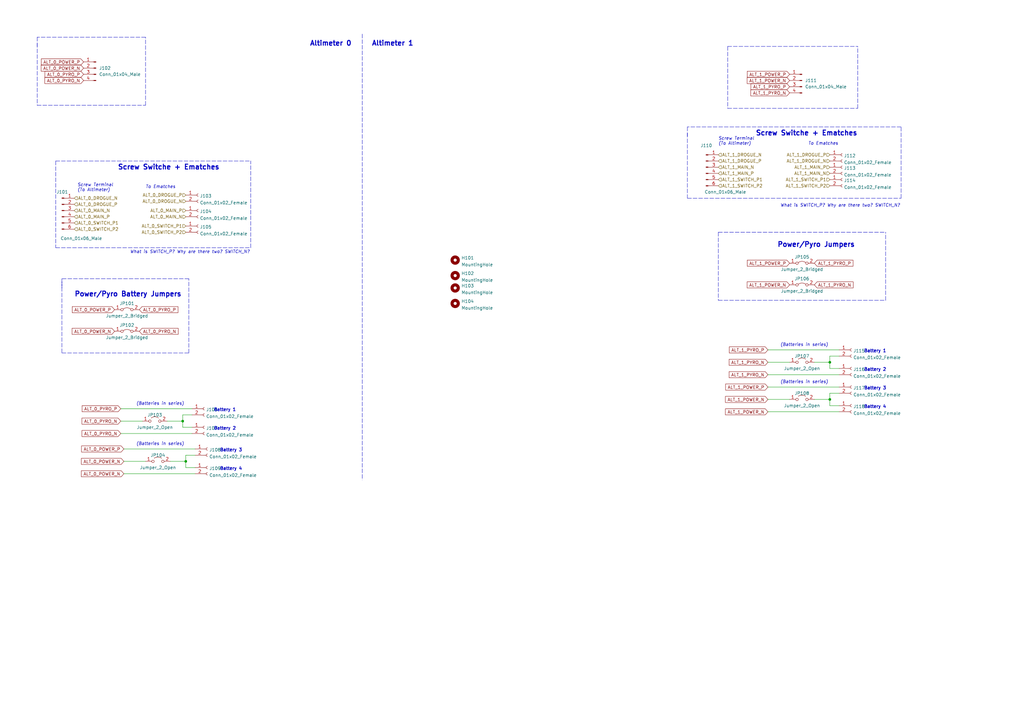
<source format=kicad_sch>
(kicad_sch (version 20211123) (generator eeschema)

  (uuid 5e32ca45-5360-40fb-a469-f6bb890d9552)

  (paper "A3")

  (lib_symbols
    (symbol "Connector:Conn_01x02_Female" (pin_names (offset 1.016) hide) (in_bom yes) (on_board yes)
      (property "Reference" "J" (id 0) (at 0 2.54 0)
        (effects (font (size 1.27 1.27)))
      )
      (property "Value" "Conn_01x02_Female" (id 1) (at 0 -5.08 0)
        (effects (font (size 1.27 1.27)))
      )
      (property "Footprint" "" (id 2) (at 0 0 0)
        (effects (font (size 1.27 1.27)) hide)
      )
      (property "Datasheet" "~" (id 3) (at 0 0 0)
        (effects (font (size 1.27 1.27)) hide)
      )
      (property "ki_keywords" "connector" (id 4) (at 0 0 0)
        (effects (font (size 1.27 1.27)) hide)
      )
      (property "ki_description" "Generic connector, single row, 01x02, script generated (kicad-library-utils/schlib/autogen/connector/)" (id 5) (at 0 0 0)
        (effects (font (size 1.27 1.27)) hide)
      )
      (property "ki_fp_filters" "Connector*:*_1x??_*" (id 6) (at 0 0 0)
        (effects (font (size 1.27 1.27)) hide)
      )
      (symbol "Conn_01x02_Female_1_1"
        (arc (start 0 -2.032) (mid -0.508 -2.54) (end 0 -3.048)
          (stroke (width 0.1524) (type default) (color 0 0 0 0))
          (fill (type none))
        )
        (polyline
          (pts
            (xy -1.27 -2.54)
            (xy -0.508 -2.54)
          )
          (stroke (width 0.1524) (type default) (color 0 0 0 0))
          (fill (type none))
        )
        (polyline
          (pts
            (xy -1.27 0)
            (xy -0.508 0)
          )
          (stroke (width 0.1524) (type default) (color 0 0 0 0))
          (fill (type none))
        )
        (arc (start 0 0.508) (mid -0.508 0) (end 0 -0.508)
          (stroke (width 0.1524) (type default) (color 0 0 0 0))
          (fill (type none))
        )
        (pin passive line (at -5.08 0 0) (length 3.81)
          (name "Pin_1" (effects (font (size 1.27 1.27))))
          (number "1" (effects (font (size 1.27 1.27))))
        )
        (pin passive line (at -5.08 -2.54 0) (length 3.81)
          (name "Pin_2" (effects (font (size 1.27 1.27))))
          (number "2" (effects (font (size 1.27 1.27))))
        )
      )
    )
    (symbol "Connector:Conn_01x04_Male" (pin_names (offset 1.016) hide) (in_bom yes) (on_board yes)
      (property "Reference" "J" (id 0) (at 0 5.08 0)
        (effects (font (size 1.27 1.27)))
      )
      (property "Value" "Conn_01x04_Male" (id 1) (at 0 -7.62 0)
        (effects (font (size 1.27 1.27)))
      )
      (property "Footprint" "" (id 2) (at 0 0 0)
        (effects (font (size 1.27 1.27)) hide)
      )
      (property "Datasheet" "~" (id 3) (at 0 0 0)
        (effects (font (size 1.27 1.27)) hide)
      )
      (property "ki_keywords" "connector" (id 4) (at 0 0 0)
        (effects (font (size 1.27 1.27)) hide)
      )
      (property "ki_description" "Generic connector, single row, 01x04, script generated (kicad-library-utils/schlib/autogen/connector/)" (id 5) (at 0 0 0)
        (effects (font (size 1.27 1.27)) hide)
      )
      (property "ki_fp_filters" "Connector*:*_1x??_*" (id 6) (at 0 0 0)
        (effects (font (size 1.27 1.27)) hide)
      )
      (symbol "Conn_01x04_Male_1_1"
        (polyline
          (pts
            (xy 1.27 -5.08)
            (xy 0.8636 -5.08)
          )
          (stroke (width 0.1524) (type default) (color 0 0 0 0))
          (fill (type none))
        )
        (polyline
          (pts
            (xy 1.27 -2.54)
            (xy 0.8636 -2.54)
          )
          (stroke (width 0.1524) (type default) (color 0 0 0 0))
          (fill (type none))
        )
        (polyline
          (pts
            (xy 1.27 0)
            (xy 0.8636 0)
          )
          (stroke (width 0.1524) (type default) (color 0 0 0 0))
          (fill (type none))
        )
        (polyline
          (pts
            (xy 1.27 2.54)
            (xy 0.8636 2.54)
          )
          (stroke (width 0.1524) (type default) (color 0 0 0 0))
          (fill (type none))
        )
        (rectangle (start 0.8636 -4.953) (end 0 -5.207)
          (stroke (width 0.1524) (type default) (color 0 0 0 0))
          (fill (type outline))
        )
        (rectangle (start 0.8636 -2.413) (end 0 -2.667)
          (stroke (width 0.1524) (type default) (color 0 0 0 0))
          (fill (type outline))
        )
        (rectangle (start 0.8636 0.127) (end 0 -0.127)
          (stroke (width 0.1524) (type default) (color 0 0 0 0))
          (fill (type outline))
        )
        (rectangle (start 0.8636 2.667) (end 0 2.413)
          (stroke (width 0.1524) (type default) (color 0 0 0 0))
          (fill (type outline))
        )
        (pin passive line (at 5.08 2.54 180) (length 3.81)
          (name "Pin_1" (effects (font (size 1.27 1.27))))
          (number "1" (effects (font (size 1.27 1.27))))
        )
        (pin passive line (at 5.08 0 180) (length 3.81)
          (name "Pin_2" (effects (font (size 1.27 1.27))))
          (number "2" (effects (font (size 1.27 1.27))))
        )
        (pin passive line (at 5.08 -2.54 180) (length 3.81)
          (name "Pin_3" (effects (font (size 1.27 1.27))))
          (number "3" (effects (font (size 1.27 1.27))))
        )
        (pin passive line (at 5.08 -5.08 180) (length 3.81)
          (name "Pin_4" (effects (font (size 1.27 1.27))))
          (number "4" (effects (font (size 1.27 1.27))))
        )
      )
    )
    (symbol "Connector:Conn_01x06_Male" (pin_names (offset 1.016) hide) (in_bom yes) (on_board yes)
      (property "Reference" "J" (id 0) (at 0 7.62 0)
        (effects (font (size 1.27 1.27)))
      )
      (property "Value" "Conn_01x06_Male" (id 1) (at 0 -10.16 0)
        (effects (font (size 1.27 1.27)))
      )
      (property "Footprint" "" (id 2) (at 0 0 0)
        (effects (font (size 1.27 1.27)) hide)
      )
      (property "Datasheet" "~" (id 3) (at 0 0 0)
        (effects (font (size 1.27 1.27)) hide)
      )
      (property "ki_keywords" "connector" (id 4) (at 0 0 0)
        (effects (font (size 1.27 1.27)) hide)
      )
      (property "ki_description" "Generic connector, single row, 01x06, script generated (kicad-library-utils/schlib/autogen/connector/)" (id 5) (at 0 0 0)
        (effects (font (size 1.27 1.27)) hide)
      )
      (property "ki_fp_filters" "Connector*:*_1x??_*" (id 6) (at 0 0 0)
        (effects (font (size 1.27 1.27)) hide)
      )
      (symbol "Conn_01x06_Male_1_1"
        (polyline
          (pts
            (xy 1.27 -7.62)
            (xy 0.8636 -7.62)
          )
          (stroke (width 0.1524) (type default) (color 0 0 0 0))
          (fill (type none))
        )
        (polyline
          (pts
            (xy 1.27 -5.08)
            (xy 0.8636 -5.08)
          )
          (stroke (width 0.1524) (type default) (color 0 0 0 0))
          (fill (type none))
        )
        (polyline
          (pts
            (xy 1.27 -2.54)
            (xy 0.8636 -2.54)
          )
          (stroke (width 0.1524) (type default) (color 0 0 0 0))
          (fill (type none))
        )
        (polyline
          (pts
            (xy 1.27 0)
            (xy 0.8636 0)
          )
          (stroke (width 0.1524) (type default) (color 0 0 0 0))
          (fill (type none))
        )
        (polyline
          (pts
            (xy 1.27 2.54)
            (xy 0.8636 2.54)
          )
          (stroke (width 0.1524) (type default) (color 0 0 0 0))
          (fill (type none))
        )
        (polyline
          (pts
            (xy 1.27 5.08)
            (xy 0.8636 5.08)
          )
          (stroke (width 0.1524) (type default) (color 0 0 0 0))
          (fill (type none))
        )
        (rectangle (start 0.8636 -7.493) (end 0 -7.747)
          (stroke (width 0.1524) (type default) (color 0 0 0 0))
          (fill (type outline))
        )
        (rectangle (start 0.8636 -4.953) (end 0 -5.207)
          (stroke (width 0.1524) (type default) (color 0 0 0 0))
          (fill (type outline))
        )
        (rectangle (start 0.8636 -2.413) (end 0 -2.667)
          (stroke (width 0.1524) (type default) (color 0 0 0 0))
          (fill (type outline))
        )
        (rectangle (start 0.8636 0.127) (end 0 -0.127)
          (stroke (width 0.1524) (type default) (color 0 0 0 0))
          (fill (type outline))
        )
        (rectangle (start 0.8636 2.667) (end 0 2.413)
          (stroke (width 0.1524) (type default) (color 0 0 0 0))
          (fill (type outline))
        )
        (rectangle (start 0.8636 5.207) (end 0 4.953)
          (stroke (width 0.1524) (type default) (color 0 0 0 0))
          (fill (type outline))
        )
        (pin passive line (at 5.08 5.08 180) (length 3.81)
          (name "Pin_1" (effects (font (size 1.27 1.27))))
          (number "1" (effects (font (size 1.27 1.27))))
        )
        (pin passive line (at 5.08 2.54 180) (length 3.81)
          (name "Pin_2" (effects (font (size 1.27 1.27))))
          (number "2" (effects (font (size 1.27 1.27))))
        )
        (pin passive line (at 5.08 0 180) (length 3.81)
          (name "Pin_3" (effects (font (size 1.27 1.27))))
          (number "3" (effects (font (size 1.27 1.27))))
        )
        (pin passive line (at 5.08 -2.54 180) (length 3.81)
          (name "Pin_4" (effects (font (size 1.27 1.27))))
          (number "4" (effects (font (size 1.27 1.27))))
        )
        (pin passive line (at 5.08 -5.08 180) (length 3.81)
          (name "Pin_5" (effects (font (size 1.27 1.27))))
          (number "5" (effects (font (size 1.27 1.27))))
        )
        (pin passive line (at 5.08 -7.62 180) (length 3.81)
          (name "Pin_6" (effects (font (size 1.27 1.27))))
          (number "6" (effects (font (size 1.27 1.27))))
        )
      )
    )
    (symbol "Jumper:Jumper_2_Bridged" (pin_names (offset 0) hide) (in_bom yes) (on_board yes)
      (property "Reference" "JP" (id 0) (at 0 1.905 0)
        (effects (font (size 1.27 1.27)))
      )
      (property "Value" "Jumper_2_Bridged" (id 1) (at 0 -2.54 0)
        (effects (font (size 1.27 1.27)))
      )
      (property "Footprint" "" (id 2) (at 0 0 0)
        (effects (font (size 1.27 1.27)) hide)
      )
      (property "Datasheet" "~" (id 3) (at 0 0 0)
        (effects (font (size 1.27 1.27)) hide)
      )
      (property "ki_keywords" "Jumper SPST" (id 4) (at 0 0 0)
        (effects (font (size 1.27 1.27)) hide)
      )
      (property "ki_description" "Jumper, 2-pole, closed/bridged" (id 5) (at 0 0 0)
        (effects (font (size 1.27 1.27)) hide)
      )
      (property "ki_fp_filters" "Jumper* TestPoint*2Pads* TestPoint*Bridge*" (id 6) (at 0 0 0)
        (effects (font (size 1.27 1.27)) hide)
      )
      (symbol "Jumper_2_Bridged_0_0"
        (circle (center -2.032 0) (radius 0.508)
          (stroke (width 0) (type default) (color 0 0 0 0))
          (fill (type none))
        )
        (circle (center 2.032 0) (radius 0.508)
          (stroke (width 0) (type default) (color 0 0 0 0))
          (fill (type none))
        )
      )
      (symbol "Jumper_2_Bridged_0_1"
        (arc (start 1.524 0.254) (mid 0 0.762) (end -1.524 0.254)
          (stroke (width 0) (type default) (color 0 0 0 0))
          (fill (type none))
        )
      )
      (symbol "Jumper_2_Bridged_1_1"
        (pin passive line (at -5.08 0 0) (length 2.54)
          (name "A" (effects (font (size 1.27 1.27))))
          (number "1" (effects (font (size 1.27 1.27))))
        )
        (pin passive line (at 5.08 0 180) (length 2.54)
          (name "B" (effects (font (size 1.27 1.27))))
          (number "2" (effects (font (size 1.27 1.27))))
        )
      )
    )
    (symbol "Jumper:Jumper_2_Open" (pin_names (offset 0) hide) (in_bom yes) (on_board yes)
      (property "Reference" "JP" (id 0) (at 0 2.794 0)
        (effects (font (size 1.27 1.27)))
      )
      (property "Value" "Jumper_2_Open" (id 1) (at 0 -2.286 0)
        (effects (font (size 1.27 1.27)))
      )
      (property "Footprint" "" (id 2) (at 0 0 0)
        (effects (font (size 1.27 1.27)) hide)
      )
      (property "Datasheet" "~" (id 3) (at 0 0 0)
        (effects (font (size 1.27 1.27)) hide)
      )
      (property "ki_keywords" "Jumper SPST" (id 4) (at 0 0 0)
        (effects (font (size 1.27 1.27)) hide)
      )
      (property "ki_description" "Jumper, 2-pole, open" (id 5) (at 0 0 0)
        (effects (font (size 1.27 1.27)) hide)
      )
      (property "ki_fp_filters" "Jumper* TestPoint*2Pads* TestPoint*Bridge*" (id 6) (at 0 0 0)
        (effects (font (size 1.27 1.27)) hide)
      )
      (symbol "Jumper_2_Open_0_0"
        (circle (center -2.032 0) (radius 0.508)
          (stroke (width 0) (type default) (color 0 0 0 0))
          (fill (type none))
        )
        (circle (center 2.032 0) (radius 0.508)
          (stroke (width 0) (type default) (color 0 0 0 0))
          (fill (type none))
        )
      )
      (symbol "Jumper_2_Open_0_1"
        (arc (start 1.524 1.27) (mid 0 1.778) (end -1.524 1.27)
          (stroke (width 0) (type default) (color 0 0 0 0))
          (fill (type none))
        )
      )
      (symbol "Jumper_2_Open_1_1"
        (pin passive line (at -5.08 0 0) (length 2.54)
          (name "A" (effects (font (size 1.27 1.27))))
          (number "1" (effects (font (size 1.27 1.27))))
        )
        (pin passive line (at 5.08 0 180) (length 2.54)
          (name "B" (effects (font (size 1.27 1.27))))
          (number "2" (effects (font (size 1.27 1.27))))
        )
      )
    )
    (symbol "Mechanical:MountingHole" (pin_names (offset 1.016)) (in_bom yes) (on_board yes)
      (property "Reference" "H" (id 0) (at 0 5.08 0)
        (effects (font (size 1.27 1.27)))
      )
      (property "Value" "MountingHole" (id 1) (at 0 3.175 0)
        (effects (font (size 1.27 1.27)))
      )
      (property "Footprint" "" (id 2) (at 0 0 0)
        (effects (font (size 1.27 1.27)) hide)
      )
      (property "Datasheet" "~" (id 3) (at 0 0 0)
        (effects (font (size 1.27 1.27)) hide)
      )
      (property "ki_keywords" "mounting hole" (id 4) (at 0 0 0)
        (effects (font (size 1.27 1.27)) hide)
      )
      (property "ki_description" "Mounting Hole without connection" (id 5) (at 0 0 0)
        (effects (font (size 1.27 1.27)) hide)
      )
      (property "ki_fp_filters" "MountingHole*" (id 6) (at 0 0 0)
        (effects (font (size 1.27 1.27)) hide)
      )
      (symbol "MountingHole_0_1"
        (circle (center 0 0) (radius 1.27)
          (stroke (width 1.27) (type default) (color 0 0 0 0))
          (fill (type none))
        )
      )
    )
  )

  (junction (at 74.93 172.72) (diameter 0) (color 0 0 0 0)
    (uuid 11e01889-7d0e-46eb-9b0a-acfbc0950740)
  )
  (junction (at 340.36 148.59) (diameter 0) (color 0 0 0 0)
    (uuid 3c8b4352-1a40-49e1-b073-0a58a6eee55c)
  )
  (junction (at 340.36 163.83) (diameter 0) (color 0 0 0 0)
    (uuid e02b206e-d6ce-458f-8013-be8ebe2f2bfa)
  )
  (junction (at 76.2 189.23) (diameter 0) (color 0 0 0 0)
    (uuid e977c58d-8ab8-414c-938d-51a265d88a8b)
  )

  (polyline (pts (xy 294.64 95.25) (xy 363.22 95.25))
    (stroke (width 0) (type default) (color 0 0 0 0))
    (uuid 098348db-d10f-4241-8656-28faca2231f7)
  )

  (wire (pts (xy 314.96 153.67) (xy 344.17 153.67))
    (stroke (width 0) (type default) (color 0 0 0 0))
    (uuid 0a677add-8839-46e5-9e6e-0ddc5b6d39d8)
  )
  (polyline (pts (xy 298.45 19.05) (xy 298.45 44.45))
    (stroke (width 0) (type default) (color 0 0 0 0))
    (uuid 0c56be14-e447-492e-b522-8bbf957a4137)
  )
  (polyline (pts (xy 369.57 81.28) (xy 369.57 52.07))
    (stroke (width 0) (type default) (color 0 0 0 0))
    (uuid 1175b59d-8550-4c13-82db-aaba99f2961f)
  )
  (polyline (pts (xy 22.86 101.6) (xy 102.87 101.6))
    (stroke (width 0) (type default) (color 0 0 0 0))
    (uuid 16db6241-52c9-4915-94af-147f7fda67ea)
  )

  (wire (pts (xy 74.93 175.26) (xy 74.93 172.72))
    (stroke (width 0) (type default) (color 0 0 0 0))
    (uuid 1d73ce50-169e-4b5f-8639-980cfb418666)
  )
  (polyline (pts (xy 102.87 101.6) (xy 102.87 66.04))
    (stroke (width 0) (type default) (color 0 0 0 0))
    (uuid 2296e1e5-4ca9-4889-adcb-73a2fe1b241f)
  )
  (polyline (pts (xy 22.86 66.04) (xy 22.86 101.6))
    (stroke (width 0) (type default) (color 0 0 0 0))
    (uuid 24c8a5b7-d47b-4d5c-9164-72be47b734d1)
  )
  (polyline (pts (xy 15.24 43.18) (xy 59.69 43.18))
    (stroke (width 0) (type default) (color 0 0 0 0))
    (uuid 2cc4b0b4-ab11-4116-aff3-5862f184ef88)
  )
  (polyline (pts (xy 77.47 144.78) (xy 77.47 114.3))
    (stroke (width 0) (type default) (color 0 0 0 0))
    (uuid 2e33bc44-10a7-4f86-a023-fe69915b7503)
  )

  (wire (pts (xy 74.93 172.72) (xy 74.93 170.18))
    (stroke (width 0) (type default) (color 0 0 0 0))
    (uuid 33bfa5ad-576c-4825-baf5-be0c0183f399)
  )
  (wire (pts (xy 76.2 186.69) (xy 80.01 186.69))
    (stroke (width 0) (type default) (color 0 0 0 0))
    (uuid 3ef631f2-0036-48f7-8e0e-5a11eb4d831f)
  )
  (wire (pts (xy 314.96 158.75) (xy 344.17 158.75))
    (stroke (width 0) (type default) (color 0 0 0 0))
    (uuid 3f2be45d-99a7-48de-95f1-4927cd39594e)
  )
  (wire (pts (xy 49.53 167.64) (xy 78.74 167.64))
    (stroke (width 0) (type default) (color 0 0 0 0))
    (uuid 42dfbbbf-b077-4814-9766-51c23cdb6ea1)
  )
  (wire (pts (xy 50.8 184.15) (xy 80.01 184.15))
    (stroke (width 0) (type default) (color 0 0 0 0))
    (uuid 4bff3b20-2f7d-4f25-90b9-ea0c7353d6d8)
  )
  (wire (pts (xy 74.93 170.18) (xy 78.74 170.18))
    (stroke (width 0) (type default) (color 0 0 0 0))
    (uuid 4fc801db-15cb-430a-bfb7-c821fb0c25ce)
  )
  (wire (pts (xy 76.2 191.77) (xy 76.2 189.23))
    (stroke (width 0) (type default) (color 0 0 0 0))
    (uuid 5259166c-7bd1-4b5c-8e57-1882e54465e0)
  )
  (polyline (pts (xy 15.24 17.78) (xy 15.24 43.18))
    (stroke (width 0) (type default) (color 0 0 0 0))
    (uuid 5468ceed-ac16-42d6-8f6d-217c37985d15)
  )

  (wire (pts (xy 76.2 189.23) (xy 76.2 186.69))
    (stroke (width 0) (type default) (color 0 0 0 0))
    (uuid 5701779a-4ff9-4e13-9754-3f9533005766)
  )
  (wire (pts (xy 334.01 163.83) (xy 340.36 163.83))
    (stroke (width 0) (type default) (color 0 0 0 0))
    (uuid 595f4344-0281-4cd9-9854-149e3fdbb304)
  )
  (wire (pts (xy 314.96 148.59) (xy 323.85 148.59))
    (stroke (width 0) (type default) (color 0 0 0 0))
    (uuid 5eebd93f-0377-44de-bcd8-30f6bcadb01a)
  )
  (polyline (pts (xy 363.22 123.19) (xy 363.22 95.25))
    (stroke (width 0) (type default) (color 0 0 0 0))
    (uuid 65150b25-0a62-434c-8c12-98bfc0eb2c11)
  )
  (polyline (pts (xy 148.59 13.97) (xy 148.59 196.85))
    (stroke (width 0) (type default) (color 0 0 0 0))
    (uuid 6b10c3ef-0564-4d46-8f5c-e56dc7fdc078)
  )
  (polyline (pts (xy 59.69 15.24) (xy 15.24 15.24))
    (stroke (width 0) (type default) (color 0 0 0 0))
    (uuid 6b1ee048-d670-4052-a92a-7fbb4a0fff48)
  )

  (wire (pts (xy 80.01 191.77) (xy 76.2 191.77))
    (stroke (width 0) (type default) (color 0 0 0 0))
    (uuid 6e5951ce-a0c9-471a-8aa4-62d1cec74170)
  )
  (polyline (pts (xy 281.94 54.61) (xy 281.94 81.28))
    (stroke (width 0) (type default) (color 0 0 0 0))
    (uuid 7ed1d8b9-3416-4d6b-9d5a-90b437d06072)
  )

  (wire (pts (xy 314.96 143.51) (xy 344.17 143.51))
    (stroke (width 0) (type default) (color 0 0 0 0))
    (uuid 8ad23d43-28b4-439b-9724-0bf77b189f2c)
  )
  (wire (pts (xy 340.36 146.05) (xy 340.36 148.59))
    (stroke (width 0) (type default) (color 0 0 0 0))
    (uuid 91b3c014-3de0-479c-a0e1-d4155792e32c)
  )
  (wire (pts (xy 78.74 175.26) (xy 74.93 175.26))
    (stroke (width 0) (type default) (color 0 0 0 0))
    (uuid 93c201a4-97d2-4a5f-a6d4-9e5acff0de40)
  )
  (wire (pts (xy 340.36 166.37) (xy 344.17 166.37))
    (stroke (width 0) (type default) (color 0 0 0 0))
    (uuid 94ca8536-7091-4736-9c89-035c12eba808)
  )
  (wire (pts (xy 340.36 163.83) (xy 340.36 166.37))
    (stroke (width 0) (type default) (color 0 0 0 0))
    (uuid 94e1c528-e7cf-4895-9b42-3358225baee4)
  )
  (polyline (pts (xy 298.45 19.05) (xy 351.79 19.05))
    (stroke (width 0) (type default) (color 0 0 0 0))
    (uuid 980bd405-ac5e-4064-8c7d-f3c04f1e3560)
  )
  (polyline (pts (xy 25.4 144.78) (xy 77.47 144.78))
    (stroke (width 0) (type default) (color 0 0 0 0))
    (uuid 9adaa63c-bcc0-4ecc-835e-dbbcf75bd48a)
  )

  (wire (pts (xy 334.01 148.59) (xy 340.36 148.59))
    (stroke (width 0) (type default) (color 0 0 0 0))
    (uuid 9d1567e7-d81f-404e-82dd-8f6595e17c11)
  )
  (polyline (pts (xy 281.94 52.07) (xy 281.94 55.88))
    (stroke (width 0) (type default) (color 0 0 0 0))
    (uuid 9d9dc4de-c07c-42cd-b69a-ce11df39c9c4)
  )

  (wire (pts (xy 50.8 189.23) (xy 59.69 189.23))
    (stroke (width 0) (type default) (color 0 0 0 0))
    (uuid a08dca41-4471-4910-ac47-9a5fbcaa015e)
  )
  (polyline (pts (xy 369.57 52.07) (xy 281.94 52.07))
    (stroke (width 0) (type default) (color 0 0 0 0))
    (uuid a1af5538-e4b8-47fe-b487-b362391aecb3)
  )
  (polyline (pts (xy 77.47 114.3) (xy 25.4 114.3))
    (stroke (width 0) (type default) (color 0 0 0 0))
    (uuid a3c0c3ca-0835-47fd-934d-c166a9473805)
  )
  (polyline (pts (xy 294.64 95.25) (xy 294.64 123.19))
    (stroke (width 0) (type default) (color 0 0 0 0))
    (uuid a674cb62-35b1-43b0-b50a-fd33e386bcbf)
  )
  (polyline (pts (xy 15.24 15.24) (xy 15.24 19.05))
    (stroke (width 0) (type default) (color 0 0 0 0))
    (uuid a733c700-5952-42f4-baa3-462fe8323710)
  )
  (polyline (pts (xy 298.45 44.45) (xy 351.79 44.45))
    (stroke (width 0) (type default) (color 0 0 0 0))
    (uuid a8b5724b-382d-4393-ac36-6f767251f9c6)
  )

  (wire (pts (xy 340.36 148.59) (xy 340.36 151.13))
    (stroke (width 0) (type default) (color 0 0 0 0))
    (uuid a94b29ba-b5d7-4659-8c66-53b2bce84188)
  )
  (wire (pts (xy 344.17 146.05) (xy 340.36 146.05))
    (stroke (width 0) (type default) (color 0 0 0 0))
    (uuid a9958dbd-ae62-45b8-9d1d-0c9fa646baa3)
  )
  (wire (pts (xy 50.8 194.31) (xy 80.01 194.31))
    (stroke (width 0) (type default) (color 0 0 0 0))
    (uuid b8e523ee-5c73-4afb-8b64-8f414259a6a6)
  )
  (wire (pts (xy 49.53 177.8) (xy 78.74 177.8))
    (stroke (width 0) (type default) (color 0 0 0 0))
    (uuid baa4d844-cca0-4225-bb52-a6473bf75f64)
  )
  (wire (pts (xy 340.36 151.13) (xy 344.17 151.13))
    (stroke (width 0) (type default) (color 0 0 0 0))
    (uuid c0bafa44-59b1-461a-8f5e-c1c596707cbd)
  )
  (polyline (pts (xy 281.94 81.28) (xy 369.57 81.28))
    (stroke (width 0) (type default) (color 0 0 0 0))
    (uuid c5a74911-02b1-4da7-8b62-4374d50c9fe0)
  )

  (wire (pts (xy 314.96 168.91) (xy 344.17 168.91))
    (stroke (width 0) (type default) (color 0 0 0 0))
    (uuid c6d66239-f273-4d50-89fe-0ded562f3d0a)
  )
  (wire (pts (xy 344.17 161.29) (xy 340.36 161.29))
    (stroke (width 0) (type default) (color 0 0 0 0))
    (uuid c82921fa-d2f5-4a9b-8c0b-e005412326cc)
  )
  (wire (pts (xy 68.58 172.72) (xy 74.93 172.72))
    (stroke (width 0) (type default) (color 0 0 0 0))
    (uuid cb94a4fa-ea83-4e2b-94f7-89711b73953e)
  )
  (polyline (pts (xy 59.69 43.18) (xy 59.69 15.24))
    (stroke (width 0) (type default) (color 0 0 0 0))
    (uuid ccc2262f-367e-4097-b029-777ffac170c2)
  )
  (polyline (pts (xy 25.4 114.3) (xy 25.4 118.11))
    (stroke (width 0) (type default) (color 0 0 0 0))
    (uuid d2bb8223-7aa0-4b13-837f-38dbfc4b623d)
  )

  (wire (pts (xy 69.85 189.23) (xy 76.2 189.23))
    (stroke (width 0) (type default) (color 0 0 0 0))
    (uuid d91c0365-ac0e-46ba-a628-b2cce199a49c)
  )
  (polyline (pts (xy 294.64 123.19) (xy 363.22 123.19))
    (stroke (width 0) (type default) (color 0 0 0 0))
    (uuid df6ed911-c832-4931-9a61-4b60b60c7519)
  )
  (polyline (pts (xy 25.4 115.57) (xy 25.4 144.78))
    (stroke (width 0) (type default) (color 0 0 0 0))
    (uuid eb11a5f3-59b7-4f7c-8eb2-73295343d8fc)
  )

  (wire (pts (xy 49.53 172.72) (xy 58.42 172.72))
    (stroke (width 0) (type default) (color 0 0 0 0))
    (uuid ebac570e-e0f0-4772-9986-b905997b40c9)
  )
  (polyline (pts (xy 351.79 44.45) (xy 351.79 19.05))
    (stroke (width 0) (type default) (color 0 0 0 0))
    (uuid ef63dba4-7b04-4d99-b02d-4e48ba1f438a)
  )

  (wire (pts (xy 340.36 161.29) (xy 340.36 163.83))
    (stroke (width 0) (type default) (color 0 0 0 0))
    (uuid f194201a-88d9-47d8-86e1-c43b6e3ffc43)
  )
  (wire (pts (xy 314.96 163.83) (xy 323.85 163.83))
    (stroke (width 0) (type default) (color 0 0 0 0))
    (uuid f80f4009-93e8-496a-af9c-e38d167a954f)
  )
  (polyline (pts (xy 22.86 66.04) (xy 102.87 66.04))
    (stroke (width 0) (type default) (color 0 0 0 0))
    (uuid fba3bdfe-d615-4f41-ba23-94fc11ffa975)
  )

  (text "Battery 3" (at 90.17 185.42 0)
    (effects (font (size 1.27 1.27) bold) (justify left bottom))
    (uuid 073e4cc2-a86e-43f4-8263-b1da27e881d0)
  )
  (text "(Batteries in series)" (at 55.88 166.37 0)
    (effects (font (size 1.27 1.27) italic) (justify left bottom))
    (uuid 08d11f65-422d-4d6f-9fa5-ca811ca421dd)
  )
  (text "Battery 2" (at 87.63 176.53 0)
    (effects (font (size 1.27 1.27) bold) (justify left bottom))
    (uuid 0de847b6-20a3-4eed-b392-f0f181649fec)
  )
  (text "What is SWITCH_P? Why are there two? SWITCH_N?" (at 53.34 104.14 0)
    (effects (font (size 1.27 1.27) italic) (justify left bottom))
    (uuid 0e07ad36-6668-4d14-8e83-fb32dd178669)
  )
  (text "(Batteries in series)" (at 55.88 182.88 0)
    (effects (font (size 1.27 1.27) italic) (justify left bottom))
    (uuid 1d55d21e-3fa7-4a6a-8b88-7a89c73a5646)
  )
  (text "To Ematches" (at 59.69 77.47 0)
    (effects (font (size 1.27 1.27) italic) (justify left bottom))
    (uuid 2391e0bc-2c69-4179-bb2c-e7e544ff03cb)
  )
  (text "Screw Terminal\n(To Altimeter)" (at 31.75 78.74 0)
    (effects (font (size 1.27 1.27) italic) (justify left bottom))
    (uuid 2baa5593-633e-48aa-b3af-7bda6d4d6f28)
  )
  (text "Battery 1" (at 354.33 144.78 0)
    (effects (font (size 1.27 1.27) bold) (justify left bottom))
    (uuid 33306ce3-84ec-4fbd-88a5-31ff30da69b8)
  )
  (text "Screw Switche + Ematches" (at 309.88 55.88 0)
    (effects (font (size 2 2) (thickness 0.4) bold) (justify left bottom))
    (uuid 33407378-3e8e-4816-b31d-8599cd8a76e6)
  )
  (text "Altimeter 0\n" (at 127 19.0762 0)
    (effects (font (size 2 2) bold) (justify left bottom))
    (uuid 630f2e2b-c9ac-4b67-848c-ecec260e69b2)
  )
  (text "Screw Terminal\n(To Altimeter)" (at 294.64 59.69 0)
    (effects (font (size 1.27 1.27) italic) (justify left bottom))
    (uuid 6490e1bb-8b9d-47d0-b282-a146028dca9d)
  )
  (text "Power/Pyro Battery Jumpers" (at 30.48 121.92 0)
    (effects (font (size 2 2) (thickness 0.4) bold) (justify left bottom))
    (uuid 6f0386ef-edb6-43bc-abc2-b61243c61df0)
  )
  (text "Battery 1" (at 87.63 168.91 0)
    (effects (font (size 1.27 1.27) bold) (justify left bottom))
    (uuid 7fecde81-5fd7-482e-9a72-dd4a59aa9b29)
  )
  (text "Screw Switche + Ematches" (at 48.26 69.85 0)
    (effects (font (size 2 2) (thickness 0.4) bold) (justify left bottom))
    (uuid 87ffd6a0-a5ae-4e44-8d7d-77b85ab9de5d)
  )
  (text "What is SWITCH_P? Why are there two? SWITCH_N?" (at 320.04 85.09 0)
    (effects (font (size 1.27 1.27) italic) (justify left bottom))
    (uuid 89d38494-dbcd-4b6b-bceb-8d58ba344acd)
  )
  (text "To Ematches" (at 331.47 59.69 0)
    (effects (font (size 1.27 1.27) italic) (justify left bottom))
    (uuid 938e5b8e-ba55-48e0-b4c9-3eee6d961316)
  )
  (text "(Batteries in series)" (at 320.04 142.24 0)
    (effects (font (size 1.27 1.27) italic) (justify left bottom))
    (uuid 9fc7ad55-4d32-4cae-9a4e-2f6443a9ecfd)
  )
  (text "(Batteries in series)" (at 320.04 157.48 0)
    (effects (font (size 1.27 1.27) italic) (justify left bottom))
    (uuid af8aef3f-57df-4f65-af98-49518e701bdc)
  )
  (text "Power/Pyro Jumpers" (at 318.77 101.6 0)
    (effects (font (size 2 2) (thickness 0.4) bold) (justify left bottom))
    (uuid b38e9648-be64-4b83-bf42-6fb566fe112d)
  )
  (text "Altimeter 1" (at 152.4 19.05 0)
    (effects (font (size 2 2) bold) (justify left bottom))
    (uuid b4029dc8-0335-4895-b3a0-bdacb162ebcb)
  )
  (text "Battery 3" (at 354.33 160.02 0)
    (effects (font (size 1.27 1.27) bold) (justify left bottom))
    (uuid d5e0ecf2-4588-404e-949c-4b9e3907b5ec)
  )
  (text "Battery 2" (at 354.33 152.4 0)
    (effects (font (size 1.27 1.27) bold) (justify left bottom))
    (uuid da7f8e8e-44ab-41d0-8417-14c4624153ea)
  )
  (text "Battery 4\n" (at 90.17 193.04 0)
    (effects (font (size 1.27 1.27) bold) (justify left bottom))
    (uuid ee07a965-1989-4fac-bf09-e358afb9839a)
  )
  (text "Battery 4\n" (at 354.33 167.64 0)
    (effects (font (size 1.27 1.27) bold) (justify left bottom))
    (uuid fc098cff-7b7c-44c7-a69b-5466fa10b22a)
  )

  (global_label "ALT_1_POWER_P" (shape input) (at 323.85 107.95 180) (fields_autoplaced)
    (effects (font (size 1.27 1.27)) (justify right))
    (uuid 037a8f2b-8098-49e4-8e8f-fe73bddbe71f)
    (property "Intersheet References" "${INTERSHEET_REFS}" (id 0) (at 306.4993 107.8706 0)
      (effects (font (size 1.27 1.27)) (justify right) hide)
    )
  )
  (global_label "ALT_0_POWER_N" (shape input) (at 50.8 189.23 180) (fields_autoplaced)
    (effects (font (size 1.27 1.27)) (justify right))
    (uuid 1b496b52-73ea-48b6-9d0e-5092cf2eddfc)
    (property "Intersheet References" "${INTERSHEET_REFS}" (id 0) (at 33.3888 189.1506 0)
      (effects (font (size 1.27 1.27)) (justify right) hide)
    )
  )
  (global_label "ALT_1_POWER_P" (shape input) (at 314.96 158.75 180) (fields_autoplaced)
    (effects (font (size 1.27 1.27)) (justify right))
    (uuid 2877aaa1-c12c-44a5-9681-06e1d4e23f86)
    (property "Intersheet References" "${INTERSHEET_REFS}" (id 0) (at 297.6093 158.6706 0)
      (effects (font (size 1.27 1.27)) (justify right) hide)
    )
  )
  (global_label "ALT_1_POWER_N" (shape input) (at 323.85 33.02 180) (fields_autoplaced)
    (effects (font (size 1.27 1.27)) (justify right))
    (uuid 33efc822-8caf-445f-bccd-d36d09bfce6b)
    (property "Intersheet References" "${INTERSHEET_REFS}" (id 0) (at 306.4388 32.9406 0)
      (effects (font (size 1.27 1.27)) (justify right) hide)
    )
  )
  (global_label "ALT_1_POWER_P" (shape input) (at 323.85 30.48 180) (fields_autoplaced)
    (effects (font (size 1.27 1.27)) (justify right))
    (uuid 59c6461d-f768-4cb0-9f85-8b2e35bf5acd)
    (property "Intersheet References" "${INTERSHEET_REFS}" (id 0) (at 306.4993 30.4006 0)
      (effects (font (size 1.27 1.27)) (justify right) hide)
    )
  )
  (global_label "ALT_0_POWER_P" (shape input) (at 34.29 25.4 180) (fields_autoplaced)
    (effects (font (size 1.27 1.27)) (justify right))
    (uuid 68bad5db-0a88-481c-960d-e93d8e323e66)
    (property "Intersheet References" "${INTERSHEET_REFS}" (id 0) (at 16.9393 25.3206 0)
      (effects (font (size 1.27 1.27)) (justify right) hide)
    )
  )
  (global_label "ALT_1_PYRO_N" (shape input) (at 314.96 148.59 180) (fields_autoplaced)
    (effects (font (size 1.27 1.27)) (justify right))
    (uuid 7b528acf-a78d-4475-94e6-0908fdeb0b32)
    (property "Intersheet References" "${INTERSHEET_REFS}" (id 0) (at 299.0607 148.5106 0)
      (effects (font (size 1.27 1.27)) (justify right) hide)
    )
  )
  (global_label "ALT_1_PYRO_N" (shape input) (at 314.96 153.67 180) (fields_autoplaced)
    (effects (font (size 1.27 1.27)) (justify right))
    (uuid 7d6b820c-7d0e-4eee-b5d1-1591ee05e7a5)
    (property "Intersheet References" "${INTERSHEET_REFS}" (id 0) (at 299.0607 153.5906 0)
      (effects (font (size 1.27 1.27)) (justify right) hide)
    )
  )
  (global_label "ALT_0_PYRO_P" (shape input) (at 49.53 167.64 180) (fields_autoplaced)
    (effects (font (size 1.27 1.27)) (justify right))
    (uuid 83a0b7fc-13aa-4b2f-bbd8-9039f4c52444)
    (property "Intersheet References" "${INTERSHEET_REFS}" (id 0) (at 33.6912 167.5606 0)
      (effects (font (size 1.27 1.27)) (justify right) hide)
    )
  )
  (global_label "ALT_1_PYRO_N" (shape input) (at 334.01 116.84 0) (fields_autoplaced)
    (effects (font (size 1.27 1.27)) (justify left))
    (uuid 85310317-8657-411c-86c3-c1cf1a6e7e32)
    (property "Intersheet References" "${INTERSHEET_REFS}" (id 0) (at 349.9093 116.9194 0)
      (effects (font (size 1.27 1.27)) (justify left) hide)
    )
  )
  (global_label "ALT_1_PYRO_P" (shape input) (at 314.96 143.51 180) (fields_autoplaced)
    (effects (font (size 1.27 1.27)) (justify right))
    (uuid 85397fbe-61da-4481-be89-708e9cf4d47f)
    (property "Intersheet References" "${INTERSHEET_REFS}" (id 0) (at 299.1212 143.4306 0)
      (effects (font (size 1.27 1.27)) (justify right) hide)
    )
  )
  (global_label "ALT_1_PYRO_P" (shape input) (at 323.85 35.56 180) (fields_autoplaced)
    (effects (font (size 1.27 1.27)) (justify right))
    (uuid 8fffc1bb-f048-4e85-9708-161b5fe9fc47)
    (property "Intersheet References" "${INTERSHEET_REFS}" (id 0) (at 308.0112 35.4806 0)
      (effects (font (size 1.27 1.27)) (justify right) hide)
    )
  )
  (global_label "ALT_0_PYRO_N" (shape input) (at 34.29 33.02 180) (fields_autoplaced)
    (effects (font (size 1.27 1.27)) (justify right))
    (uuid 9323e5cc-6da7-4704-94d8-a73e04cf8e6f)
    (property "Intersheet References" "${INTERSHEET_REFS}" (id 0) (at 18.3907 32.9406 0)
      (effects (font (size 1.27 1.27)) (justify right) hide)
    )
  )
  (global_label "ALT_0_PYRO_N" (shape input) (at 49.53 172.72 180) (fields_autoplaced)
    (effects (font (size 1.27 1.27)) (justify right))
    (uuid 98667818-4234-43c1-a5a0-3d61a7fa741b)
    (property "Intersheet References" "${INTERSHEET_REFS}" (id 0) (at 33.6307 172.6406 0)
      (effects (font (size 1.27 1.27)) (justify right) hide)
    )
  )
  (global_label "ALT_0_POWER_N" (shape input) (at 46.99 135.89 180) (fields_autoplaced)
    (effects (font (size 1.27 1.27)) (justify right))
    (uuid 9d94b4db-b0e0-4b89-9ded-6dde5941f8b5)
    (property "Intersheet References" "${INTERSHEET_REFS}" (id 0) (at 29.5788 135.8106 0)
      (effects (font (size 1.27 1.27)) (justify right) hide)
    )
  )
  (global_label "ALT_0_PYRO_P" (shape input) (at 57.15 127 0) (fields_autoplaced)
    (effects (font (size 1.27 1.27)) (justify left))
    (uuid a0d82378-b963-4256-a517-83de281dcdcb)
    (property "Intersheet References" "${INTERSHEET_REFS}" (id 0) (at 72.9888 127.0794 0)
      (effects (font (size 1.27 1.27)) (justify left) hide)
    )
  )
  (global_label "ALT_0_POWER_N" (shape input) (at 34.29 27.94 180) (fields_autoplaced)
    (effects (font (size 1.27 1.27)) (justify right))
    (uuid a20d6ebc-d103-4d63-a227-9061fbb1faa6)
    (property "Intersheet References" "${INTERSHEET_REFS}" (id 0) (at 16.8788 27.8606 0)
      (effects (font (size 1.27 1.27)) (justify right) hide)
    )
  )
  (global_label "ALT_1_PYRO_P" (shape input) (at 334.01 107.95 0) (fields_autoplaced)
    (effects (font (size 1.27 1.27)) (justify left))
    (uuid a8d89a20-21f2-481e-81e3-2c5ae1785aa3)
    (property "Intersheet References" "${INTERSHEET_REFS}" (id 0) (at 349.8488 108.0294 0)
      (effects (font (size 1.27 1.27)) (justify left) hide)
    )
  )
  (global_label "ALT_1_POWER_N" (shape input) (at 314.96 163.83 180) (fields_autoplaced)
    (effects (font (size 1.27 1.27)) (justify right))
    (uuid aaf59cf4-fa98-43a9-9564-bb5a7c405aac)
    (property "Intersheet References" "${INTERSHEET_REFS}" (id 0) (at 297.5488 163.7506 0)
      (effects (font (size 1.27 1.27)) (justify right) hide)
    )
  )
  (global_label "ALT_1_POWER_N" (shape input) (at 323.85 116.84 180) (fields_autoplaced)
    (effects (font (size 1.27 1.27)) (justify right))
    (uuid ac11436e-51f4-4afd-9e72-c00b77c76055)
    (property "Intersheet References" "${INTERSHEET_REFS}" (id 0) (at 306.4388 116.7606 0)
      (effects (font (size 1.27 1.27)) (justify right) hide)
    )
  )
  (global_label "ALT_0_POWER_P" (shape input) (at 50.8 184.15 180) (fields_autoplaced)
    (effects (font (size 1.27 1.27)) (justify right))
    (uuid adbeab0d-f09a-444e-9806-28c81676ea76)
    (property "Intersheet References" "${INTERSHEET_REFS}" (id 0) (at 33.4493 184.0706 0)
      (effects (font (size 1.27 1.27)) (justify right) hide)
    )
  )
  (global_label "ALT_0_POWER_P" (shape input) (at 46.99 127 180) (fields_autoplaced)
    (effects (font (size 1.27 1.27)) (justify right))
    (uuid aef3a4ac-5a48-4b1f-9b61-efa80b6d59e0)
    (property "Intersheet References" "${INTERSHEET_REFS}" (id 0) (at 29.6393 126.9206 0)
      (effects (font (size 1.27 1.27)) (justify right) hide)
    )
  )
  (global_label "ALT_1_POWER_N" (shape input) (at 314.96 168.91 180) (fields_autoplaced)
    (effects (font (size 1.27 1.27)) (justify right))
    (uuid b1ab2e3d-aa34-47c2-aaf7-4fd8e3ba148a)
    (property "Intersheet References" "${INTERSHEET_REFS}" (id 0) (at 297.5488 168.8306 0)
      (effects (font (size 1.27 1.27)) (justify right) hide)
    )
  )
  (global_label "ALT_0_PYRO_P" (shape input) (at 34.29 30.48 180) (fields_autoplaced)
    (effects (font (size 1.27 1.27)) (justify right))
    (uuid d1edc5be-3ba0-48aa-933c-a86ed39c044e)
    (property "Intersheet References" "${INTERSHEET_REFS}" (id 0) (at 18.4512 30.4006 0)
      (effects (font (size 1.27 1.27)) (justify right) hide)
    )
  )
  (global_label "ALT_0_PYRO_N" (shape input) (at 49.53 177.8 180) (fields_autoplaced)
    (effects (font (size 1.27 1.27)) (justify right))
    (uuid d9e4649e-58aa-4897-9e25-c91d7cc5d387)
    (property "Intersheet References" "${INTERSHEET_REFS}" (id 0) (at 33.6307 177.7206 0)
      (effects (font (size 1.27 1.27)) (justify right) hide)
    )
  )
  (global_label "ALT_1_PYRO_N" (shape input) (at 323.85 38.1 180) (fields_autoplaced)
    (effects (font (size 1.27 1.27)) (justify right))
    (uuid de48b405-0ca2-41a3-a010-5eaa74c33170)
    (property "Intersheet References" "${INTERSHEET_REFS}" (id 0) (at 307.9507 38.0206 0)
      (effects (font (size 1.27 1.27)) (justify right) hide)
    )
  )
  (global_label "ALT_0_PYRO_N" (shape input) (at 57.15 135.89 0) (fields_autoplaced)
    (effects (font (size 1.27 1.27)) (justify left))
    (uuid e1266c89-5e65-42f9-9be8-741bd777d47a)
    (property "Intersheet References" "${INTERSHEET_REFS}" (id 0) (at 73.0493 135.9694 0)
      (effects (font (size 1.27 1.27)) (justify left) hide)
    )
  )
  (global_label "ALT_0_POWER_N" (shape input) (at 50.8 194.31 180) (fields_autoplaced)
    (effects (font (size 1.27 1.27)) (justify right))
    (uuid f1849bbc-69b1-471e-9a49-d08bf09a2ed5)
    (property "Intersheet References" "${INTERSHEET_REFS}" (id 0) (at 33.3888 194.2306 0)
      (effects (font (size 1.27 1.27)) (justify right) hide)
    )
  )

  (hierarchical_label "ALT_1_MAIN_N" (shape input) (at 340.36 71.12 180)
    (effects (font (size 1.27 1.27)) (justify right))
    (uuid 09da6355-13fd-402e-8f6f-50372f1f3e47)
  )
  (hierarchical_label "ALT_0_SWITCH_P2" (shape input) (at 30.48 93.98 0)
    (effects (font (size 1.27 1.27)) (justify left))
    (uuid 101f0103-d463-472c-8891-76f4da9fe1a0)
  )
  (hierarchical_label "ALT_0_DROGUE_P" (shape input) (at 76.2 80.01 180)
    (effects (font (size 1.27 1.27)) (justify right))
    (uuid 372b442e-706f-4d17-8ffb-782a2cf0498c)
  )
  (hierarchical_label "ALT_0_SWITCH_P1" (shape input) (at 30.48 91.44 0)
    (effects (font (size 1.27 1.27)) (justify left))
    (uuid 37b0e545-4fc3-44b3-8f79-6ebf953c81a1)
  )
  (hierarchical_label "ALT_0_MAIN_P" (shape input) (at 30.48 88.9 0)
    (effects (font (size 1.27 1.27)) (justify left))
    (uuid 4bbe1503-ca7d-452f-b546-e1e336e0b01d)
  )
  (hierarchical_label "ALT_1_SWITCH_P1" (shape input) (at 340.36 73.66 180)
    (effects (font (size 1.27 1.27)) (justify right))
    (uuid 4d5d78c7-f94a-4163-b460-bbcd5a060001)
  )
  (hierarchical_label "ALT_1_DROGUE_N" (shape input) (at 340.36 66.04 180)
    (effects (font (size 1.27 1.27)) (justify right))
    (uuid 6b62cf36-0f94-43be-a722-ad4210238ae7)
  )
  (hierarchical_label "ALT_1_MAIN_P" (shape input) (at 294.64 71.12 0)
    (effects (font (size 1.27 1.27)) (justify left))
    (uuid 6faea706-5a93-4edf-9f89-8e4ba2b9ee0b)
  )
  (hierarchical_label "ALT_0_MAIN_P" (shape input) (at 76.2 86.36 180)
    (effects (font (size 1.27 1.27)) (justify right))
    (uuid 7f2b3cfd-7ddc-450d-b4a8-b5349bfe5c87)
  )
  (hierarchical_label "ALT_1_MAIN_N" (shape input) (at 294.64 68.58 0)
    (effects (font (size 1.27 1.27)) (justify left))
    (uuid 842c2ba8-3858-44f1-8f58-ae890ba87457)
  )
  (hierarchical_label "ALT_1_SWITCH_P1" (shape input) (at 294.64 73.66 0)
    (effects (font (size 1.27 1.27)) (justify left))
    (uuid a7d798e5-a4a0-4ba8-89a8-83e86081f909)
  )
  (hierarchical_label "ALT_1_DROGUE_P" (shape input) (at 294.64 66.04 0)
    (effects (font (size 1.27 1.27)) (justify left))
    (uuid ac56aa46-be48-4710-9cbd-87ac9048dd9a)
  )
  (hierarchical_label "ALT_0_SWITCH_P2" (shape input) (at 76.2 95.25 180)
    (effects (font (size 1.27 1.27)) (justify right))
    (uuid ac905ae6-ca8e-4f23-9056-c17d8677553b)
  )
  (hierarchical_label "ALT_1_SWITCH_P2" (shape input) (at 340.36 76.2 180)
    (effects (font (size 1.27 1.27)) (justify right))
    (uuid b59a727a-31bf-4526-ae51-fbef8661144d)
  )
  (hierarchical_label "ALT_0_MAIN_N" (shape input) (at 76.2 88.9 180)
    (effects (font (size 1.27 1.27)) (justify right))
    (uuid b9e3d211-25d6-4149-8b51-c8d4aee1f250)
  )
  (hierarchical_label "ALT_0_DROGUE_N" (shape input) (at 30.48 81.28 0)
    (effects (font (size 1.27 1.27)) (justify left))
    (uuid ba3ea428-8356-447f-8a8a-a28d023bec8d)
  )
  (hierarchical_label "ALT_1_SWITCH_P2" (shape input) (at 294.64 76.2 0)
    (effects (font (size 1.27 1.27)) (justify left))
    (uuid ba6a0484-0fa3-439f-bb6f-aa20d50b5049)
  )
  (hierarchical_label "ALT_1_DROGUE_P" (shape input) (at 340.36 63.5 180)
    (effects (font (size 1.27 1.27)) (justify right))
    (uuid c79c3857-3010-4c0d-a5c7-acc6cc8ce652)
  )
  (hierarchical_label "ALT_0_DROGUE_P" (shape input) (at 30.48 83.82 0)
    (effects (font (size 1.27 1.27)) (justify left))
    (uuid cd3a25ae-dffd-45e2-a917-b542779a81f5)
  )
  (hierarchical_label "ALT_0_MAIN_N" (shape input) (at 30.48 86.36 0)
    (effects (font (size 1.27 1.27)) (justify left))
    (uuid d2c9ef64-d7d6-42d8-ae2f-3c40ba1599b3)
  )
  (hierarchical_label "ALT_0_DROGUE_N" (shape input) (at 76.2 82.55 180)
    (effects (font (size 1.27 1.27)) (justify right))
    (uuid d6f72774-a7a1-4340-9894-c52d3bc5d0fa)
  )
  (hierarchical_label "ALT_0_SWITCH_P1" (shape input) (at 76.2 92.71 180)
    (effects (font (size 1.27 1.27)) (justify right))
    (uuid dee6f316-27a0-421f-9702-5f2e18e9dc89)
  )
  (hierarchical_label "ALT_1_MAIN_P" (shape input) (at 340.36 68.58 180)
    (effects (font (size 1.27 1.27)) (justify right))
    (uuid e1203870-e093-40eb-92e0-65c8dbed81ae)
  )
  (hierarchical_label "ALT_1_DROGUE_N" (shape input) (at 294.64 63.5 0)
    (effects (font (size 1.27 1.27)) (justify left))
    (uuid f6e5bf1b-910d-479b-8872-f64f4ad6a31c)
  )

  (symbol (lib_id "Jumper:Jumper_2_Open") (at 328.93 148.59 0) (unit 1)
    (in_bom yes) (on_board yes)
    (uuid 01253c50-a465-40a6-8d38-792e206cfc98)
    (property "Reference" "JP107" (id 0) (at 328.93 146.05 0))
    (property "Value" "Jumper_2_Open" (id 1) (at 328.93 151.13 0))
    (property "Footprint" "Jumper:SolderJumper-2_P1.3mm_Open_RoundedPad1.0x1.5mm" (id 2) (at 328.93 148.59 0)
      (effects (font (size 1.27 1.27)) hide)
    )
    (property "Datasheet" "~" (id 3) (at 328.93 148.59 0)
      (effects (font (size 1.27 1.27)) hide)
    )
    (pin "1" (uuid acdf61ac-1204-46ef-aa9e-20f38416a6ef))
    (pin "2" (uuid 2d42f2b1-02a4-4271-b453-16997f5dd5a5))
  )

  (symbol (lib_id "Connector:Conn_01x02_Female") (at 81.28 92.71 0) (unit 1)
    (in_bom yes) (on_board yes) (fields_autoplaced)
    (uuid 107eb3bd-e538-47de-b261-15b8fdd7b4ec)
    (property "Reference" "J105" (id 0) (at 81.9912 93.0715 0)
      (effects (font (size 1.27 1.27)) (justify left))
    )
    (property "Value" "Conn_01x02_Female" (id 1) (at 81.9912 95.8466 0)
      (effects (font (size 1.27 1.27)) (justify left))
    )
    (property "Footprint" "Connector_Molex:Molex_CLIK-Mate_502443-0270_1x02-1MP_P2.00mm_Vertical" (id 2) (at 81.28 92.71 0)
      (effects (font (size 1.27 1.27)) hide)
    )
    (property "Datasheet" "~" (id 3) (at 81.28 92.71 0)
      (effects (font (size 1.27 1.27)) hide)
    )
    (pin "1" (uuid dbedd436-6e99-4dca-ac21-253a0e4c5b04))
    (pin "2" (uuid 8379d89b-6852-421e-9b76-034ced6d7534))
  )

  (symbol (lib_id "Connector:Conn_01x02_Female") (at 349.25 151.13 0) (unit 1)
    (in_bom yes) (on_board yes) (fields_autoplaced)
    (uuid 1150d0fb-2f20-41ec-92f6-014b772577e1)
    (property "Reference" "J116" (id 0) (at 349.9612 151.4915 0)
      (effects (font (size 1.27 1.27)) (justify left))
    )
    (property "Value" "Conn_01x02_Female" (id 1) (at 349.9612 154.2666 0)
      (effects (font (size 1.27 1.27)) (justify left))
    )
    (property "Footprint" "Connector_JST:JST_PH_B2B-PH-K_1x02_P2.00mm_Vertical" (id 2) (at 349.25 151.13 0)
      (effects (font (size 1.27 1.27)) hide)
    )
    (property "Datasheet" "~" (id 3) (at 349.25 151.13 0)
      (effects (font (size 1.27 1.27)) hide)
    )
    (pin "1" (uuid 14f3896b-977d-459e-8853-b5622ae62772))
    (pin "2" (uuid 188bfdcd-b117-4275-9055-25ac80d0fd92))
  )

  (symbol (lib_id "Connector:Conn_01x02_Female") (at 81.28 80.01 0) (unit 1)
    (in_bom yes) (on_board yes) (fields_autoplaced)
    (uuid 18b7f81e-c0ac-4679-bd88-65d34404082c)
    (property "Reference" "J103" (id 0) (at 81.9912 80.3715 0)
      (effects (font (size 1.27 1.27)) (justify left))
    )
    (property "Value" "Conn_01x02_Female" (id 1) (at 81.9912 83.1466 0)
      (effects (font (size 1.27 1.27)) (justify left))
    )
    (property "Footprint" "Connector_Molex:Molex_CLIK-Mate_502443-0270_1x02-1MP_P2.00mm_Vertical" (id 2) (at 81.28 80.01 0)
      (effects (font (size 1.27 1.27)) hide)
    )
    (property "Datasheet" "~" (id 3) (at 81.28 80.01 0)
      (effects (font (size 1.27 1.27)) hide)
    )
    (pin "1" (uuid 0adbdfe2-7d94-4015-a2a2-fb2f1f096a3c))
    (pin "2" (uuid 9959152a-e64f-4c08-83d5-af729c2ed261))
  )

  (symbol (lib_id "Jumper:Jumper_2_Open") (at 63.5 172.72 0) (unit 1)
    (in_bom yes) (on_board yes)
    (uuid 23a1e5bf-df38-48f3-9f2b-7eb371275efe)
    (property "Reference" "JP103" (id 0) (at 63.5 170.18 0))
    (property "Value" "Jumper_2_Open" (id 1) (at 63.5 175.26 0))
    (property "Footprint" "Jumper:SolderJumper-2_P1.3mm_Open_RoundedPad1.0x1.5mm" (id 2) (at 63.5 172.72 0)
      (effects (font (size 1.27 1.27)) hide)
    )
    (property "Datasheet" "~" (id 3) (at 63.5 172.72 0)
      (effects (font (size 1.27 1.27)) hide)
    )
    (pin "1" (uuid 173f8d6e-6e02-40c8-bc1d-f8b02d126733))
    (pin "2" (uuid c2072f3d-a79d-4d9e-a989-0cc5a0cee566))
  )

  (symbol (lib_id "Connector:Conn_01x02_Female") (at 83.82 175.26 0) (unit 1)
    (in_bom yes) (on_board yes) (fields_autoplaced)
    (uuid 2ff60e05-4e26-4a55-877a-f3896308b555)
    (property "Reference" "J107" (id 0) (at 84.5312 175.6215 0)
      (effects (font (size 1.27 1.27)) (justify left))
    )
    (property "Value" "Conn_01x02_Female" (id 1) (at 84.5312 178.3966 0)
      (effects (font (size 1.27 1.27)) (justify left))
    )
    (property "Footprint" "Connector_JST:JST_PH_B2B-PH-K_1x02_P2.00mm_Vertical" (id 2) (at 83.82 175.26 0)
      (effects (font (size 1.27 1.27)) hide)
    )
    (property "Datasheet" "~" (id 3) (at 83.82 175.26 0)
      (effects (font (size 1.27 1.27)) hide)
    )
    (pin "1" (uuid a69fcb1e-b8fc-475c-9f3f-d70a58d1d229))
    (pin "2" (uuid 6d37f7cd-6c73-45ae-9fcc-af061fd959d8))
  )

  (symbol (lib_id "Connector:Conn_01x04_Male") (at 328.93 33.02 0) (mirror y) (unit 1)
    (in_bom yes) (on_board yes) (fields_autoplaced)
    (uuid 325be701-857d-4df8-a723-4f844bd708be)
    (property "Reference" "J111" (id 0) (at 330.2 33.0199 0)
      (effects (font (size 1.27 1.27)) (justify right))
    )
    (property "Value" "Conn_01x04_Male" (id 1) (at 330.2 35.5599 0)
      (effects (font (size 1.27 1.27)) (justify right))
    )
    (property "Footprint" "Connector_PinHeader_2.54mm:PinHeader_1x04_P2.54mm_Vertical" (id 2) (at 328.93 33.02 0)
      (effects (font (size 1.27 1.27)) hide)
    )
    (property "Datasheet" "~" (id 3) (at 328.93 33.02 0)
      (effects (font (size 1.27 1.27)) hide)
    )
    (pin "1" (uuid 4976ee6b-f520-4afa-9e7e-ef58c9403573))
    (pin "2" (uuid 3682e894-312f-44ca-9550-bde5fa3423b1))
    (pin "3" (uuid eb29f0e8-5dc3-419d-85d4-f8b3ac9e6053))
    (pin "4" (uuid 2fee357d-04ff-49a2-9ec1-16ed92548349))
  )

  (symbol (lib_id "Connector:Conn_01x02_Female") (at 345.44 68.58 0) (unit 1)
    (in_bom yes) (on_board yes) (fields_autoplaced)
    (uuid 4c34f0b5-83b3-4206-b049-7e5e8b260ed9)
    (property "Reference" "J113" (id 0) (at 346.1512 68.9415 0)
      (effects (font (size 1.27 1.27)) (justify left))
    )
    (property "Value" "Conn_01x02_Female" (id 1) (at 346.1512 71.7166 0)
      (effects (font (size 1.27 1.27)) (justify left))
    )
    (property "Footprint" "Connector_Molex:Molex_CLIK-Mate_502443-0270_1x02-1MP_P2.00mm_Vertical" (id 2) (at 345.44 68.58 0)
      (effects (font (size 1.27 1.27)) hide)
    )
    (property "Datasheet" "~" (id 3) (at 345.44 68.58 0)
      (effects (font (size 1.27 1.27)) hide)
    )
    (pin "1" (uuid 88cd5684-7ce2-42e4-b7b0-62df3b2be6cd))
    (pin "2" (uuid 41a68df4-d027-497f-bf59-365b6c7773cd))
  )

  (symbol (lib_id "Mechanical:MountingHole") (at 186.69 124.46 0) (unit 1)
    (in_bom yes) (on_board yes) (fields_autoplaced)
    (uuid 4e8777d9-7417-4310-b76e-2dc05e18505d)
    (property "Reference" "H104" (id 0) (at 189.23 123.5515 0)
      (effects (font (size 1.27 1.27)) (justify left))
    )
    (property "Value" "MountingHole" (id 1) (at 189.23 126.3266 0)
      (effects (font (size 1.27 1.27)) (justify left))
    )
    (property "Footprint" "" (id 2) (at 186.69 124.46 0)
      (effects (font (size 1.27 1.27)) hide)
    )
    (property "Datasheet" "~" (id 3) (at 186.69 124.46 0)
      (effects (font (size 1.27 1.27)) hide)
    )
  )

  (symbol (lib_id "Mechanical:MountingHole") (at 186.69 113.03 0) (unit 1)
    (in_bom yes) (on_board yes) (fields_autoplaced)
    (uuid 535d117d-488c-4a0f-968f-2994a9a0ffbf)
    (property "Reference" "H102" (id 0) (at 189.23 112.1215 0)
      (effects (font (size 1.27 1.27)) (justify left))
    )
    (property "Value" "MountingHole" (id 1) (at 189.23 114.8966 0)
      (effects (font (size 1.27 1.27)) (justify left))
    )
    (property "Footprint" "" (id 2) (at 186.69 113.03 0)
      (effects (font (size 1.27 1.27)) hide)
    )
    (property "Datasheet" "~" (id 3) (at 186.69 113.03 0)
      (effects (font (size 1.27 1.27)) hide)
    )
  )

  (symbol (lib_id "Connector:Conn_01x02_Female") (at 83.82 167.64 0) (unit 1)
    (in_bom yes) (on_board yes) (fields_autoplaced)
    (uuid 5f7e1d59-b102-4216-9959-f0e87293921e)
    (property "Reference" "J106" (id 0) (at 84.5312 168.0015 0)
      (effects (font (size 1.27 1.27)) (justify left))
    )
    (property "Value" "Conn_01x02_Female" (id 1) (at 84.5312 170.7766 0)
      (effects (font (size 1.27 1.27)) (justify left))
    )
    (property "Footprint" "Connector_JST:JST_PH_B2B-PH-K_1x02_P2.00mm_Vertical" (id 2) (at 83.82 167.64 0)
      (effects (font (size 1.27 1.27)) hide)
    )
    (property "Datasheet" "~" (id 3) (at 83.82 167.64 0)
      (effects (font (size 1.27 1.27)) hide)
    )
    (pin "1" (uuid d7e65f72-8964-4b39-bdd0-f6b308b56fff))
    (pin "2" (uuid fca8acad-1bb1-409b-9863-39664a59f0ed))
  )

  (symbol (lib_id "Jumper:Jumper_2_Open") (at 64.77 189.23 0) (unit 1)
    (in_bom yes) (on_board yes)
    (uuid 6137b4d1-c508-434d-9fa4-89a1529a02e2)
    (property "Reference" "JP104" (id 0) (at 64.77 186.69 0))
    (property "Value" "Jumper_2_Open" (id 1) (at 64.77 191.77 0))
    (property "Footprint" "Jumper:SolderJumper-2_P1.3mm_Open_RoundedPad1.0x1.5mm" (id 2) (at 64.77 189.23 0)
      (effects (font (size 1.27 1.27)) hide)
    )
    (property "Datasheet" "~" (id 3) (at 64.77 189.23 0)
      (effects (font (size 1.27 1.27)) hide)
    )
    (pin "1" (uuid 69c8dbdc-7743-4fdf-96f0-1e96a3dba899))
    (pin "2" (uuid b260626b-e406-4a87-8298-8c8f8488ffad))
  )

  (symbol (lib_id "Jumper:Jumper_2_Bridged") (at 328.93 107.95 0) (unit 1)
    (in_bom yes) (on_board yes)
    (uuid 68bc62eb-cd28-4579-a8e1-21bdde17ac2e)
    (property "Reference" "JP105" (id 0) (at 328.93 105.41 0))
    (property "Value" "Jumper_2_Bridged" (id 1) (at 328.93 110.49 0))
    (property "Footprint" "Jumper:SolderJumper-2_P1.3mm_Bridged2Bar_RoundedPad1.0x1.5mm" (id 2) (at 328.93 107.95 0)
      (effects (font (size 1.27 1.27)) hide)
    )
    (property "Datasheet" "~" (id 3) (at 328.93 107.95 0)
      (effects (font (size 1.27 1.27)) hide)
    )
    (pin "1" (uuid c664f55f-b9c6-4aa0-b35f-5954b4811102))
    (pin "2" (uuid 63a76961-836d-4c62-ada1-0373ddffc576))
  )

  (symbol (lib_id "Mechanical:MountingHole") (at 186.69 118.11 0) (unit 1)
    (in_bom yes) (on_board yes) (fields_autoplaced)
    (uuid 6e238991-1d4a-4ba9-be9f-0c92d6eabd4c)
    (property "Reference" "H103" (id 0) (at 189.23 117.2015 0)
      (effects (font (size 1.27 1.27)) (justify left))
    )
    (property "Value" "MountingHole" (id 1) (at 189.23 119.9766 0)
      (effects (font (size 1.27 1.27)) (justify left))
    )
    (property "Footprint" "" (id 2) (at 186.69 118.11 0)
      (effects (font (size 1.27 1.27)) hide)
    )
    (property "Datasheet" "~" (id 3) (at 186.69 118.11 0)
      (effects (font (size 1.27 1.27)) hide)
    )
  )

  (symbol (lib_id "Connector:Conn_01x04_Male") (at 39.37 27.94 0) (mirror y) (unit 1)
    (in_bom yes) (on_board yes) (fields_autoplaced)
    (uuid 73b94bd1-326b-4acf-80ea-6b02d0bc13f4)
    (property "Reference" "J102" (id 0) (at 40.64 27.9399 0)
      (effects (font (size 1.27 1.27)) (justify right))
    )
    (property "Value" "Conn_01x04_Male" (id 1) (at 40.64 30.4799 0)
      (effects (font (size 1.27 1.27)) (justify right))
    )
    (property "Footprint" "Connector_PinHeader_2.54mm:PinHeader_1x04_P2.54mm_Vertical" (id 2) (at 39.37 27.94 0)
      (effects (font (size 1.27 1.27)) hide)
    )
    (property "Datasheet" "~" (id 3) (at 39.37 27.94 0)
      (effects (font (size 1.27 1.27)) hide)
    )
    (pin "1" (uuid 0090c3f1-fbf8-4934-aad4-cb9aa79372e1))
    (pin "2" (uuid 8ab16a31-eb3c-4f2a-a475-d61241db0055))
    (pin "3" (uuid 27a2c74e-c36d-4146-9a11-5ee79cd87cd7))
    (pin "4" (uuid 71d46466-025f-44ad-baf3-c21eecbdf4c0))
  )

  (symbol (lib_id "Connector:Conn_01x02_Female") (at 345.44 63.5 0) (unit 1)
    (in_bom yes) (on_board yes) (fields_autoplaced)
    (uuid 92e77548-5b88-470f-ba19-02d6c07cebf0)
    (property "Reference" "J112" (id 0) (at 346.1512 63.8615 0)
      (effects (font (size 1.27 1.27)) (justify left))
    )
    (property "Value" "Conn_01x02_Female" (id 1) (at 346.1512 66.6366 0)
      (effects (font (size 1.27 1.27)) (justify left))
    )
    (property "Footprint" "Connector_Molex:Molex_CLIK-Mate_502443-0270_1x02-1MP_P2.00mm_Vertical" (id 2) (at 345.44 63.5 0)
      (effects (font (size 1.27 1.27)) hide)
    )
    (property "Datasheet" "~" (id 3) (at 345.44 63.5 0)
      (effects (font (size 1.27 1.27)) hide)
    )
    (pin "1" (uuid 7172cc9d-f6ed-4353-8d5f-0e2a3247915b))
    (pin "2" (uuid 67b4eee9-5ef0-49ea-bb03-0bb10c7a8015))
  )

  (symbol (lib_id "Jumper:Jumper_2_Bridged") (at 328.93 116.84 0) (unit 1)
    (in_bom yes) (on_board yes)
    (uuid a56c0d45-8e95-4002-9476-e424bd04b953)
    (property "Reference" "JP106" (id 0) (at 328.93 114.3 0))
    (property "Value" "Jumper_2_Bridged" (id 1) (at 328.93 119.38 0))
    (property "Footprint" "Jumper:SolderJumper-2_P1.3mm_Bridged2Bar_RoundedPad1.0x1.5mm" (id 2) (at 328.93 116.84 0)
      (effects (font (size 1.27 1.27)) hide)
    )
    (property "Datasheet" "~" (id 3) (at 328.93 116.84 0)
      (effects (font (size 1.27 1.27)) hide)
    )
    (pin "1" (uuid 19b3e400-4867-4289-87cb-d82bbc29bc1f))
    (pin "2" (uuid 1b6cb820-1d58-4737-9466-1c3554df4e43))
  )

  (symbol (lib_id "Connector:Conn_01x02_Female") (at 349.25 166.37 0) (unit 1)
    (in_bom yes) (on_board yes) (fields_autoplaced)
    (uuid b483fe2c-dc43-48ee-9fd4-8621b6566925)
    (property "Reference" "J118" (id 0) (at 349.9612 166.7315 0)
      (effects (font (size 1.27 1.27)) (justify left))
    )
    (property "Value" "Conn_01x02_Female" (id 1) (at 349.9612 169.5066 0)
      (effects (font (size 1.27 1.27)) (justify left))
    )
    (property "Footprint" "Connector_JST:JST_PH_B2B-PH-K_1x02_P2.00mm_Vertical" (id 2) (at 349.25 166.37 0)
      (effects (font (size 1.27 1.27)) hide)
    )
    (property "Datasheet" "~" (id 3) (at 349.25 166.37 0)
      (effects (font (size 1.27 1.27)) hide)
    )
    (pin "1" (uuid 6a3d1d50-b600-4ba8-8840-043609de9a57))
    (pin "2" (uuid 9082e0ce-1cd5-4bcb-9665-5b81ea2f1b2f))
  )

  (symbol (lib_id "Connector:Conn_01x02_Female") (at 81.28 86.36 0) (unit 1)
    (in_bom yes) (on_board yes) (fields_autoplaced)
    (uuid b48807ef-b82c-41b2-8881-269bea1cab05)
    (property "Reference" "J104" (id 0) (at 81.9912 86.7215 0)
      (effects (font (size 1.27 1.27)) (justify left))
    )
    (property "Value" "Conn_01x02_Female" (id 1) (at 81.9912 89.4966 0)
      (effects (font (size 1.27 1.27)) (justify left))
    )
    (property "Footprint" "Connector_Molex:Molex_CLIK-Mate_502443-0270_1x02-1MP_P2.00mm_Vertical" (id 2) (at 81.28 86.36 0)
      (effects (font (size 1.27 1.27)) hide)
    )
    (property "Datasheet" "~" (id 3) (at 81.28 86.36 0)
      (effects (font (size 1.27 1.27)) hide)
    )
    (pin "1" (uuid 9612f952-a656-48c6-85be-88b6c4632c75))
    (pin "2" (uuid 9c3af4a6-6e26-4e97-b0ea-cb972b392160))
  )

  (symbol (lib_id "Connector:Conn_01x06_Male") (at 289.56 68.58 0) (unit 1)
    (in_bom yes) (on_board yes)
    (uuid c3f62cc8-c826-46f4-85cd-bff5be075dc9)
    (property "Reference" "J110" (id 0) (at 292.1 59.69 0)
      (effects (font (size 1.27 1.27)) (justify right))
    )
    (property "Value" "Conn_01x06_Male" (id 1) (at 306.07 78.74 0)
      (effects (font (size 1.27 1.27)) (justify right))
    )
    (property "Footprint" "Connector_PinHeader_2.54mm:PinHeader_1x06_P2.54mm_Vertical" (id 2) (at 289.56 68.58 0)
      (effects (font (size 1.27 1.27)) hide)
    )
    (property "Datasheet" "~" (id 3) (at 289.56 68.58 0)
      (effects (font (size 1.27 1.27)) hide)
    )
    (pin "1" (uuid 4972aa5c-cbd7-4a7e-b560-099a06393b34))
    (pin "2" (uuid d4c0349d-8d4d-4c4c-a9f5-d4c206f07995))
    (pin "3" (uuid 5a3fac6a-36d1-4d2d-a85f-df874058715a))
    (pin "4" (uuid d208bec1-1f72-4f98-8639-9aa312b5c711))
    (pin "5" (uuid 4531a1dc-d571-4c9d-aedc-91ca512eb170))
    (pin "6" (uuid babd7106-c9c2-4907-8d06-26b5ea5da4bc))
  )

  (symbol (lib_id "Jumper:Jumper_2_Bridged") (at 52.07 127 0) (unit 1)
    (in_bom yes) (on_board yes)
    (uuid c498b6fc-6911-451a-bcd2-c20c2c1cde78)
    (property "Reference" "JP101" (id 0) (at 52.07 124.46 0))
    (property "Value" "Jumper_2_Bridged" (id 1) (at 52.07 129.54 0))
    (property "Footprint" "Jumper:SolderJumper-2_P1.3mm_Bridged2Bar_RoundedPad1.0x1.5mm" (id 2) (at 52.07 127 0)
      (effects (font (size 1.27 1.27)) hide)
    )
    (property "Datasheet" "~" (id 3) (at 52.07 127 0)
      (effects (font (size 1.27 1.27)) hide)
    )
    (pin "1" (uuid 5afc9a6b-6661-4393-b0a4-398f48220bfb))
    (pin "2" (uuid 1d46fec6-06f4-4f79-a94f-5e60be362ba5))
  )

  (symbol (lib_id "Connector:Conn_01x02_Female") (at 85.09 184.15 0) (unit 1)
    (in_bom yes) (on_board yes) (fields_autoplaced)
    (uuid cc647ae4-8ed8-4a5d-90fc-7588fd5bcccd)
    (property "Reference" "J108" (id 0) (at 85.8012 184.5115 0)
      (effects (font (size 1.27 1.27)) (justify left))
    )
    (property "Value" "Conn_01x02_Female" (id 1) (at 85.8012 187.2866 0)
      (effects (font (size 1.27 1.27)) (justify left))
    )
    (property "Footprint" "Connector_JST:JST_PH_B2B-PH-K_1x02_P2.00mm_Vertical" (id 2) (at 85.09 184.15 0)
      (effects (font (size 1.27 1.27)) hide)
    )
    (property "Datasheet" "~" (id 3) (at 85.09 184.15 0)
      (effects (font (size 1.27 1.27)) hide)
    )
    (pin "1" (uuid cd016314-ce26-4e83-bcab-795888df3ddd))
    (pin "2" (uuid 68fde63a-bba3-465f-b8be-9b810fef707f))
  )

  (symbol (lib_id "Connector:Conn_01x02_Female") (at 85.09 191.77 0) (unit 1)
    (in_bom yes) (on_board yes) (fields_autoplaced)
    (uuid cccf8210-cd34-4de6-96e2-3fccf61ac513)
    (property "Reference" "J109" (id 0) (at 85.8012 192.1315 0)
      (effects (font (size 1.27 1.27)) (justify left))
    )
    (property "Value" "Conn_01x02_Female" (id 1) (at 85.8012 194.9066 0)
      (effects (font (size 1.27 1.27)) (justify left))
    )
    (property "Footprint" "Connector_JST:JST_PH_B2B-PH-K_1x02_P2.00mm_Vertical" (id 2) (at 85.09 191.77 0)
      (effects (font (size 1.27 1.27)) hide)
    )
    (property "Datasheet" "~" (id 3) (at 85.09 191.77 0)
      (effects (font (size 1.27 1.27)) hide)
    )
    (pin "1" (uuid 25b209d9-573b-4ee0-99a0-4b01c6498d31))
    (pin "2" (uuid 180f1b23-dac3-419b-b13c-adc232d826c5))
  )

  (symbol (lib_id "Mechanical:MountingHole") (at 186.69 106.68 0) (unit 1)
    (in_bom yes) (on_board yes) (fields_autoplaced)
    (uuid d7172e4d-8e1d-4c85-bcff-439381cf3a90)
    (property "Reference" "H101" (id 0) (at 189.23 105.7715 0)
      (effects (font (size 1.27 1.27)) (justify left))
    )
    (property "Value" "MountingHole" (id 1) (at 189.23 108.5466 0)
      (effects (font (size 1.27 1.27)) (justify left))
    )
    (property "Footprint" "" (id 2) (at 186.69 106.68 0)
      (effects (font (size 1.27 1.27)) hide)
    )
    (property "Datasheet" "~" (id 3) (at 186.69 106.68 0)
      (effects (font (size 1.27 1.27)) hide)
    )
  )

  (symbol (lib_id "Connector:Conn_01x06_Male") (at 25.4 86.36 0) (unit 1)
    (in_bom yes) (on_board yes)
    (uuid dbc33994-61ff-49e1-a46c-aa586beeba84)
    (property "Reference" "J101" (id 0) (at 27.94 78.74 0)
      (effects (font (size 1.27 1.27)) (justify right))
    )
    (property "Value" "Conn_01x06_Male" (id 1) (at 41.91 97.79 0)
      (effects (font (size 1.27 1.27)) (justify right))
    )
    (property "Footprint" "Connector_PinHeader_2.54mm:PinHeader_1x06_P2.54mm_Vertical" (id 2) (at 25.4 86.36 0)
      (effects (font (size 1.27 1.27)) hide)
    )
    (property "Datasheet" "~" (id 3) (at 25.4 86.36 0)
      (effects (font (size 1.27 1.27)) hide)
    )
    (pin "1" (uuid 02f8cfac-2694-4897-94b1-79063a7436d4))
    (pin "2" (uuid 031c73f0-fbdf-4104-a323-8cc28ce883ce))
    (pin "3" (uuid c6acd50f-e362-48f5-bc90-a0fec87d7498))
    (pin "4" (uuid 9403834c-2cc5-4090-847f-dc3d97c392d4))
    (pin "5" (uuid 28abb972-9e23-49e4-934b-7b96ce0603d3))
    (pin "6" (uuid b1cd2913-425c-47d2-82e9-6a4f05c26fb7))
  )

  (symbol (lib_id "Connector:Conn_01x02_Female") (at 349.25 158.75 0) (unit 1)
    (in_bom yes) (on_board yes) (fields_autoplaced)
    (uuid e8eff761-eba2-402a-9ff0-79318df065d6)
    (property "Reference" "J117" (id 0) (at 349.9612 159.1115 0)
      (effects (font (size 1.27 1.27)) (justify left))
    )
    (property "Value" "Conn_01x02_Female" (id 1) (at 349.9612 161.8866 0)
      (effects (font (size 1.27 1.27)) (justify left))
    )
    (property "Footprint" "Connector_JST:JST_PH_B2B-PH-K_1x02_P2.00mm_Vertical" (id 2) (at 349.25 158.75 0)
      (effects (font (size 1.27 1.27)) hide)
    )
    (property "Datasheet" "~" (id 3) (at 349.25 158.75 0)
      (effects (font (size 1.27 1.27)) hide)
    )
    (pin "1" (uuid 5aa0a36c-c549-497f-a964-23386e3f6af3))
    (pin "2" (uuid 2de2113c-3e6d-43a3-9aa7-adb8647d8fe5))
  )

  (symbol (lib_id "Jumper:Jumper_2_Bridged") (at 52.07 135.89 0) (unit 1)
    (in_bom yes) (on_board yes)
    (uuid ecc31fa5-0e35-49d3-9942-8b5130b75e8a)
    (property "Reference" "JP102" (id 0) (at 52.07 133.35 0))
    (property "Value" "Jumper_2_Bridged" (id 1) (at 52.07 138.43 0))
    (property "Footprint" "Jumper:SolderJumper-2_P1.3mm_Bridged2Bar_RoundedPad1.0x1.5mm" (id 2) (at 52.07 135.89 0)
      (effects (font (size 1.27 1.27)) hide)
    )
    (property "Datasheet" "~" (id 3) (at 52.07 135.89 0)
      (effects (font (size 1.27 1.27)) hide)
    )
    (pin "1" (uuid 4e2dddb3-b861-4889-82fb-2d7c60ba309f))
    (pin "2" (uuid 1f6d45ca-6a19-441f-97e5-734811bbedfa))
  )

  (symbol (lib_id "Jumper:Jumper_2_Open") (at 328.93 163.83 0) (unit 1)
    (in_bom yes) (on_board yes)
    (uuid f27a43d7-6947-4245-9e40-138de80f860c)
    (property "Reference" "JP108" (id 0) (at 328.93 161.29 0))
    (property "Value" "Jumper_2_Open" (id 1) (at 328.93 166.37 0))
    (property "Footprint" "Jumper:SolderJumper-2_P1.3mm_Open_RoundedPad1.0x1.5mm" (id 2) (at 328.93 163.83 0)
      (effects (font (size 1.27 1.27)) hide)
    )
    (property "Datasheet" "~" (id 3) (at 328.93 163.83 0)
      (effects (font (size 1.27 1.27)) hide)
    )
    (pin "1" (uuid ece2b548-de45-4449-878a-35856a832e6f))
    (pin "2" (uuid b860e64e-7b75-46d7-9fd8-841670d7907b))
  )

  (symbol (lib_id "Connector:Conn_01x02_Female") (at 345.44 73.66 0) (unit 1)
    (in_bom yes) (on_board yes) (fields_autoplaced)
    (uuid fa6da2b3-4241-429e-a4c2-d179037eb1b9)
    (property "Reference" "J114" (id 0) (at 346.1512 74.0215 0)
      (effects (font (size 1.27 1.27)) (justify left))
    )
    (property "Value" "Conn_01x02_Female" (id 1) (at 346.1512 76.7966 0)
      (effects (font (size 1.27 1.27)) (justify left))
    )
    (property "Footprint" "Connector_Molex:Molex_CLIK-Mate_502443-0270_1x02-1MP_P2.00mm_Vertical" (id 2) (at 345.44 73.66 0)
      (effects (font (size 1.27 1.27)) hide)
    )
    (property "Datasheet" "~" (id 3) (at 345.44 73.66 0)
      (effects (font (size 1.27 1.27)) hide)
    )
    (pin "1" (uuid ee1107f6-6fbf-4997-a16c-2fd60c468c58))
    (pin "2" (uuid bfc30acc-b4e3-4e9c-987a-e0191e627cea))
  )

  (symbol (lib_id "Connector:Conn_01x02_Female") (at 349.25 143.51 0) (unit 1)
    (in_bom yes) (on_board yes) (fields_autoplaced)
    (uuid fadb5710-029a-44a9-a8e4-4722e861ca3a)
    (property "Reference" "J115" (id 0) (at 349.9612 143.8715 0)
      (effects (font (size 1.27 1.27)) (justify left))
    )
    (property "Value" "Conn_01x02_Female" (id 1) (at 349.9612 146.6466 0)
      (effects (font (size 1.27 1.27)) (justify left))
    )
    (property "Footprint" "Connector_JST:JST_PH_B2B-PH-K_1x02_P2.00mm_Vertical" (id 2) (at 349.25 143.51 0)
      (effects (font (size 1.27 1.27)) hide)
    )
    (property "Datasheet" "~" (id 3) (at 349.25 143.51 0)
      (effects (font (size 1.27 1.27)) hide)
    )
    (pin "1" (uuid ee221523-ad5a-4f59-aebd-494c0391eaef))
    (pin "2" (uuid dfde3f45-7bcd-4af4-9666-d71f79eb6e21))
  )

  (sheet_instances
    (path "/" (page "1"))
  )

  (symbol_instances
    (path "/d7172e4d-8e1d-4c85-bcff-439381cf3a90"
      (reference "H101") (unit 1) (value "MountingHole") (footprint "")
    )
    (path "/535d117d-488c-4a0f-968f-2994a9a0ffbf"
      (reference "H102") (unit 1) (value "MountingHole") (footprint "")
    )
    (path "/6e238991-1d4a-4ba9-be9f-0c92d6eabd4c"
      (reference "H103") (unit 1) (value "MountingHole") (footprint "")
    )
    (path "/4e8777d9-7417-4310-b76e-2dc05e18505d"
      (reference "H104") (unit 1) (value "MountingHole") (footprint "")
    )
    (path "/dbc33994-61ff-49e1-a46c-aa586beeba84"
      (reference "J101") (unit 1) (value "Conn_01x06_Male") (footprint "Connector_PinHeader_2.54mm:PinHeader_1x06_P2.54mm_Vertical")
    )
    (path "/73b94bd1-326b-4acf-80ea-6b02d0bc13f4"
      (reference "J102") (unit 1) (value "Conn_01x04_Male") (footprint "Connector_PinHeader_2.54mm:PinHeader_1x04_P2.54mm_Vertical")
    )
    (path "/18b7f81e-c0ac-4679-bd88-65d34404082c"
      (reference "J103") (unit 1) (value "Conn_01x02_Female") (footprint "Connector_Molex:Molex_CLIK-Mate_502443-0270_1x02-1MP_P2.00mm_Vertical")
    )
    (path "/b48807ef-b82c-41b2-8881-269bea1cab05"
      (reference "J104") (unit 1) (value "Conn_01x02_Female") (footprint "Connector_Molex:Molex_CLIK-Mate_502443-0270_1x02-1MP_P2.00mm_Vertical")
    )
    (path "/107eb3bd-e538-47de-b261-15b8fdd7b4ec"
      (reference "J105") (unit 1) (value "Conn_01x02_Female") (footprint "Connector_Molex:Molex_CLIK-Mate_502443-0270_1x02-1MP_P2.00mm_Vertical")
    )
    (path "/5f7e1d59-b102-4216-9959-f0e87293921e"
      (reference "J106") (unit 1) (value "Conn_01x02_Female") (footprint "Connector_JST:JST_PH_B2B-PH-K_1x02_P2.00mm_Vertical")
    )
    (path "/2ff60e05-4e26-4a55-877a-f3896308b555"
      (reference "J107") (unit 1) (value "Conn_01x02_Female") (footprint "Connector_JST:JST_PH_B2B-PH-K_1x02_P2.00mm_Vertical")
    )
    (path "/cc647ae4-8ed8-4a5d-90fc-7588fd5bcccd"
      (reference "J108") (unit 1) (value "Conn_01x02_Female") (footprint "Connector_JST:JST_PH_B2B-PH-K_1x02_P2.00mm_Vertical")
    )
    (path "/cccf8210-cd34-4de6-96e2-3fccf61ac513"
      (reference "J109") (unit 1) (value "Conn_01x02_Female") (footprint "Connector_JST:JST_PH_B2B-PH-K_1x02_P2.00mm_Vertical")
    )
    (path "/c3f62cc8-c826-46f4-85cd-bff5be075dc9"
      (reference "J110") (unit 1) (value "Conn_01x06_Male") (footprint "Connector_PinHeader_2.54mm:PinHeader_1x06_P2.54mm_Vertical")
    )
    (path "/325be701-857d-4df8-a723-4f844bd708be"
      (reference "J111") (unit 1) (value "Conn_01x04_Male") (footprint "Connector_PinHeader_2.54mm:PinHeader_1x04_P2.54mm_Vertical")
    )
    (path "/92e77548-5b88-470f-ba19-02d6c07cebf0"
      (reference "J112") (unit 1) (value "Conn_01x02_Female") (footprint "Connector_Molex:Molex_CLIK-Mate_502443-0270_1x02-1MP_P2.00mm_Vertical")
    )
    (path "/4c34f0b5-83b3-4206-b049-7e5e8b260ed9"
      (reference "J113") (unit 1) (value "Conn_01x02_Female") (footprint "Connector_Molex:Molex_CLIK-Mate_502443-0270_1x02-1MP_P2.00mm_Vertical")
    )
    (path "/fa6da2b3-4241-429e-a4c2-d179037eb1b9"
      (reference "J114") (unit 1) (value "Conn_01x02_Female") (footprint "Connector_Molex:Molex_CLIK-Mate_502443-0270_1x02-1MP_P2.00mm_Vertical")
    )
    (path "/fadb5710-029a-44a9-a8e4-4722e861ca3a"
      (reference "J115") (unit 1) (value "Conn_01x02_Female") (footprint "Connector_JST:JST_PH_B2B-PH-K_1x02_P2.00mm_Vertical")
    )
    (path "/1150d0fb-2f20-41ec-92f6-014b772577e1"
      (reference "J116") (unit 1) (value "Conn_01x02_Female") (footprint "Connector_JST:JST_PH_B2B-PH-K_1x02_P2.00mm_Vertical")
    )
    (path "/e8eff761-eba2-402a-9ff0-79318df065d6"
      (reference "J117") (unit 1) (value "Conn_01x02_Female") (footprint "Connector_JST:JST_PH_B2B-PH-K_1x02_P2.00mm_Vertical")
    )
    (path "/b483fe2c-dc43-48ee-9fd4-8621b6566925"
      (reference "J118") (unit 1) (value "Conn_01x02_Female") (footprint "Connector_JST:JST_PH_B2B-PH-K_1x02_P2.00mm_Vertical")
    )
    (path "/c498b6fc-6911-451a-bcd2-c20c2c1cde78"
      (reference "JP101") (unit 1) (value "Jumper_2_Bridged") (footprint "Jumper:SolderJumper-2_P1.3mm_Bridged2Bar_RoundedPad1.0x1.5mm")
    )
    (path "/ecc31fa5-0e35-49d3-9942-8b5130b75e8a"
      (reference "JP102") (unit 1) (value "Jumper_2_Bridged") (footprint "Jumper:SolderJumper-2_P1.3mm_Bridged2Bar_RoundedPad1.0x1.5mm")
    )
    (path "/23a1e5bf-df38-48f3-9f2b-7eb371275efe"
      (reference "JP103") (unit 1) (value "Jumper_2_Open") (footprint "Jumper:SolderJumper-2_P1.3mm_Open_RoundedPad1.0x1.5mm")
    )
    (path "/6137b4d1-c508-434d-9fa4-89a1529a02e2"
      (reference "JP104") (unit 1) (value "Jumper_2_Open") (footprint "Jumper:SolderJumper-2_P1.3mm_Open_RoundedPad1.0x1.5mm")
    )
    (path "/68bc62eb-cd28-4579-a8e1-21bdde17ac2e"
      (reference "JP105") (unit 1) (value "Jumper_2_Bridged") (footprint "Jumper:SolderJumper-2_P1.3mm_Bridged2Bar_RoundedPad1.0x1.5mm")
    )
    (path "/a56c0d45-8e95-4002-9476-e424bd04b953"
      (reference "JP106") (unit 1) (value "Jumper_2_Bridged") (footprint "Jumper:SolderJumper-2_P1.3mm_Bridged2Bar_RoundedPad1.0x1.5mm")
    )
    (path "/01253c50-a465-40a6-8d38-792e206cfc98"
      (reference "JP107") (unit 1) (value "Jumper_2_Open") (footprint "Jumper:SolderJumper-2_P1.3mm_Open_RoundedPad1.0x1.5mm")
    )
    (path "/f27a43d7-6947-4245-9e40-138de80f860c"
      (reference "JP108") (unit 1) (value "Jumper_2_Open") (footprint "Jumper:SolderJumper-2_P1.3mm_Open_RoundedPad1.0x1.5mm")
    )
  )
)

</source>
